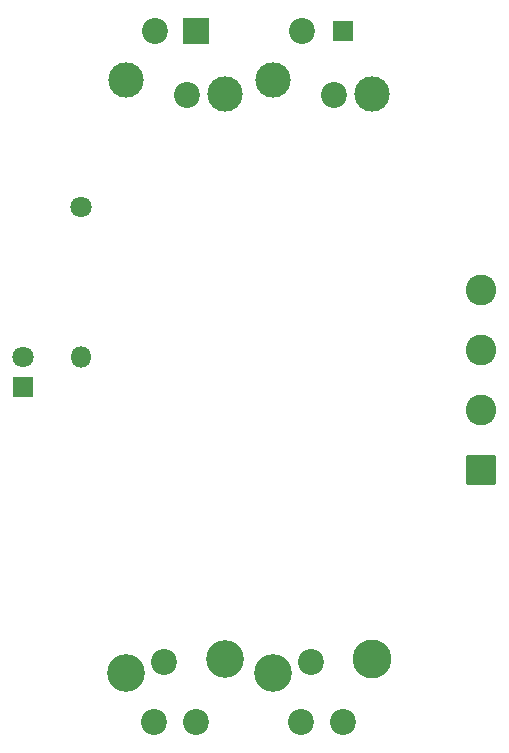
<source format=gbr>
%TF.GenerationSoftware,KiCad,Pcbnew,9.0.0*%
%TF.CreationDate,2025-03-26T13:37:58+01:00*%
%TF.ProjectId,LEDstripCtrl2.1,4c454473-7472-4697-9043-74726c322e31,rev?*%
%TF.SameCoordinates,Original*%
%TF.FileFunction,Copper,L1,Top*%
%TF.FilePolarity,Positive*%
%FSLAX46Y46*%
G04 Gerber Fmt 4.6, Leading zero omitted, Abs format (unit mm)*
G04 Created by KiCad (PCBNEW 9.0.0) date 2025-03-26 13:37:58*
%MOMM*%
%LPD*%
G01*
G04 APERTURE LIST*
G04 Aperture macros list*
%AMRoundRect*
0 Rectangle with rounded corners*
0 $1 Rounding radius*
0 $2 $3 $4 $5 $6 $7 $8 $9 X,Y pos of 4 corners*
0 Add a 4 corners polygon primitive as box body*
4,1,4,$2,$3,$4,$5,$6,$7,$8,$9,$2,$3,0*
0 Add four circle primitives for the rounded corners*
1,1,$1+$1,$2,$3*
1,1,$1+$1,$4,$5*
1,1,$1+$1,$6,$7*
1,1,$1+$1,$8,$9*
0 Add four rect primitives between the rounded corners*
20,1,$1+$1,$2,$3,$4,$5,0*
20,1,$1+$1,$4,$5,$6,$7,0*
20,1,$1+$1,$6,$7,$8,$9,0*
20,1,$1+$1,$8,$9,$2,$3,0*%
G04 Aperture macros list end*
%TA.AperFunction,ComponentPad*%
%ADD10R,2.200000X2.200000*%
%TD*%
%TA.AperFunction,ComponentPad*%
%ADD11C,2.200000*%
%TD*%
%TA.AperFunction,ComponentPad*%
%ADD12C,3.000000*%
%TD*%
%TA.AperFunction,ComponentPad*%
%ADD13C,3.200000*%
%TD*%
%TA.AperFunction,ComponentPad*%
%ADD14R,1.800000X1.800000*%
%TD*%
%TA.AperFunction,ComponentPad*%
%ADD15C,1.800000*%
%TD*%
%TA.AperFunction,ComponentPad*%
%ADD16RoundRect,0.250000X1.050000X-1.050000X1.050000X1.050000X-1.050000X1.050000X-1.050000X-1.050000X0*%
%TD*%
%TA.AperFunction,ComponentPad*%
%ADD17C,2.600000*%
%TD*%
%TA.AperFunction,ComponentPad*%
%ADD18R,1.750000X1.750000*%
%TD*%
%TA.AperFunction,ComponentPad*%
%ADD19C,3.300000*%
%TD*%
%TA.AperFunction,ComponentPad*%
%ADD20O,1.800000X1.800000*%
%TD*%
G04 APERTURE END LIST*
D10*
%TO.P,RV1,1,1*%
%TO.N,+3.3V*%
X144550000Y-67050000D03*
D11*
X141050000Y-67050000D03*
%TO.P,RV1,2,2*%
%TO.N,Net-(J1-Pin_2)*%
X143770000Y-72430000D03*
X141810000Y-120430000D03*
%TO.P,RV1,3,3*%
%TO.N,GNDREF*%
X144550000Y-125550000D03*
X140953500Y-125550000D03*
D12*
%TO.P,RV1,MP,MountPin*%
X138600000Y-71200000D03*
X147000000Y-72400000D03*
D13*
X147000000Y-120200000D03*
X138600000Y-121400000D03*
%TD*%
D14*
%TO.P,D1,1,K*%
%TO.N,GNDREF*%
X129850000Y-97170000D03*
D15*
%TO.P,D1,2,A*%
%TO.N,Net-(D1-A)*%
X129850000Y-94630000D03*
%TD*%
D16*
%TO.P,J1,1,Pin_1*%
%TO.N,+3.3V*%
X168672500Y-104170000D03*
D17*
%TO.P,J1,2,Pin_2*%
%TO.N,Net-(J1-Pin_2)*%
X168672500Y-99090000D03*
%TO.P,J1,3,Pin_3*%
%TO.N,Net-(J1-Pin_3)*%
X168672500Y-94010000D03*
%TO.P,J1,4,Pin_4*%
%TO.N,GNDREF*%
X168672500Y-88930000D03*
%TD*%
D18*
%TO.P,RV2,1,1*%
%TO.N,+3.3V*%
X157000000Y-67050000D03*
D11*
X153500000Y-67050000D03*
%TO.P,RV2,2,2*%
%TO.N,Net-(J1-Pin_3)*%
X156220000Y-72430000D03*
X154260000Y-120430000D03*
%TO.P,RV2,3,3*%
%TO.N,GNDREF*%
X157000000Y-125550000D03*
X153403500Y-125550000D03*
D12*
%TO.P,RV2,MP,MountPin*%
X151050000Y-71200000D03*
X159450000Y-72400000D03*
D19*
X159450000Y-120200000D03*
D13*
X151050000Y-121400000D03*
%TD*%
D15*
%TO.P,R1,1*%
%TO.N,+3.3V*%
X134800000Y-81950000D03*
D20*
%TO.P,R1,2*%
%TO.N,Net-(D1-A)*%
X134800000Y-94650000D03*
%TD*%
M02*

</source>
